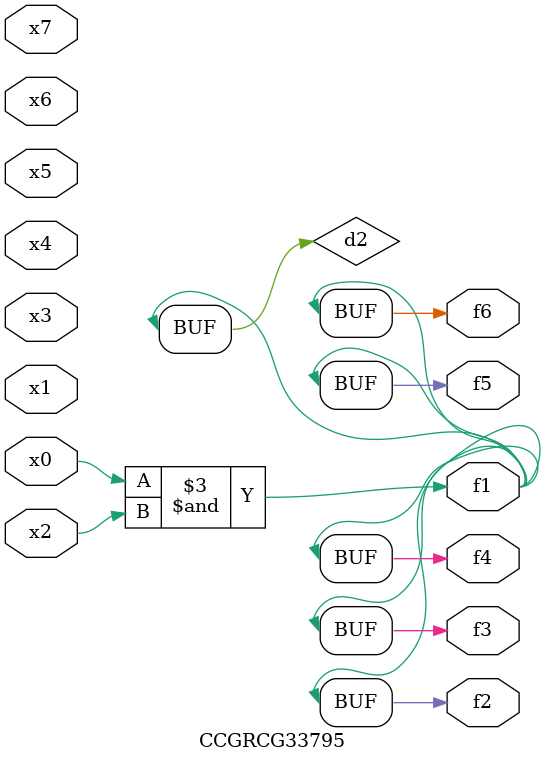
<source format=v>
module CCGRCG33795(
	input x0, x1, x2, x3, x4, x5, x6, x7,
	output f1, f2, f3, f4, f5, f6
);

	wire d1, d2;

	nor (d1, x3, x6);
	and (d2, x0, x2);
	assign f1 = d2;
	assign f2 = d2;
	assign f3 = d2;
	assign f4 = d2;
	assign f5 = d2;
	assign f6 = d2;
endmodule

</source>
